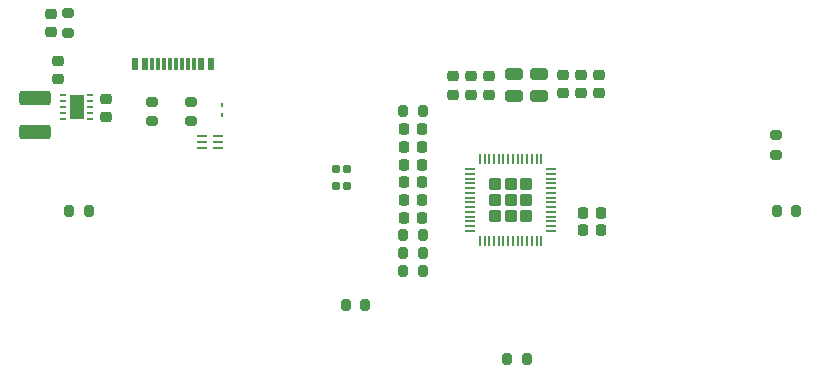
<source format=gbr>
%TF.GenerationSoftware,KiCad,Pcbnew,9.0.2-9.0.2-0~ubuntu24.04.1*%
%TF.CreationDate,2025-05-22T11:35:46-04:00*%
%TF.ProjectId,drone_sim_controler,64726f6e-655f-4736-996d-5f636f6e7472,rev?*%
%TF.SameCoordinates,Original*%
%TF.FileFunction,Paste,Top*%
%TF.FilePolarity,Positive*%
%FSLAX46Y46*%
G04 Gerber Fmt 4.6, Leading zero omitted, Abs format (unit mm)*
G04 Created by KiCad (PCBNEW 9.0.2-9.0.2-0~ubuntu24.04.1) date 2025-05-22 11:35:46*
%MOMM*%
%LPD*%
G01*
G04 APERTURE LIST*
G04 Aperture macros list*
%AMRoundRect*
0 Rectangle with rounded corners*
0 $1 Rounding radius*
0 $2 $3 $4 $5 $6 $7 $8 $9 X,Y pos of 4 corners*
0 Add a 4 corners polygon primitive as box body*
4,1,4,$2,$3,$4,$5,$6,$7,$8,$9,$2,$3,0*
0 Add four circle primitives for the rounded corners*
1,1,$1+$1,$2,$3*
1,1,$1+$1,$4,$5*
1,1,$1+$1,$6,$7*
1,1,$1+$1,$8,$9*
0 Add four rect primitives between the rounded corners*
20,1,$1+$1,$2,$3,$4,$5,0*
20,1,$1+$1,$4,$5,$6,$7,0*
20,1,$1+$1,$6,$7,$8,$9,0*
20,1,$1+$1,$8,$9,$2,$3,0*%
G04 Aperture macros list end*
%ADD10C,0.000000*%
%ADD11RoundRect,0.225000X0.225000X0.250000X-0.225000X0.250000X-0.225000X-0.250000X0.225000X-0.250000X0*%
%ADD12RoundRect,0.200000X0.200000X0.275000X-0.200000X0.275000X-0.200000X-0.275000X0.200000X-0.275000X0*%
%ADD13RoundRect,0.225000X0.250000X-0.225000X0.250000X0.225000X-0.250000X0.225000X-0.250000X-0.225000X0*%
%ADD14RoundRect,0.225000X-0.250000X0.225000X-0.250000X-0.225000X0.250000X-0.225000X0.250000X0.225000X0*%
%ADD15RoundRect,0.200000X-0.200000X-0.275000X0.200000X-0.275000X0.200000X0.275000X-0.200000X0.275000X0*%
%ADD16R,0.600000X1.100000*%
%ADD17R,0.300000X1.100000*%
%ADD18RoundRect,0.090000X-0.235000X0.210000X-0.235000X-0.210000X0.235000X-0.210000X0.235000X0.210000X0*%
%ADD19RoundRect,0.200000X-0.275000X0.200000X-0.275000X-0.200000X0.275000X-0.200000X0.275000X0.200000X0*%
%ADD20RoundRect,0.250000X1.075000X-0.375000X1.075000X0.375000X-1.075000X0.375000X-1.075000X-0.375000X0*%
%ADD21RoundRect,0.062500X0.350000X0.062500X-0.350000X0.062500X-0.350000X-0.062500X0.350000X-0.062500X0*%
%ADD22RoundRect,0.062500X-0.062500X0.117500X-0.062500X-0.117500X0.062500X-0.117500X0.062500X0.117500X0*%
%ADD23RoundRect,0.250000X-0.285000X-0.285000X0.285000X-0.285000X0.285000X0.285000X-0.285000X0.285000X0*%
%ADD24RoundRect,0.050000X-0.350000X-0.050000X0.350000X-0.050000X0.350000X0.050000X-0.350000X0.050000X0*%
%ADD25RoundRect,0.050000X-0.050000X-0.350000X0.050000X-0.350000X0.050000X0.350000X-0.050000X0.350000X0*%
%ADD26O,0.599999X0.249999*%
%ADD27R,1.200000X2.000001*%
%ADD28RoundRect,0.157500X-0.567500X-0.367500X0.567500X-0.367500X0.567500X0.367500X-0.567500X0.367500X0*%
%ADD29RoundRect,0.225000X-0.225000X-0.250000X0.225000X-0.250000X0.225000X0.250000X-0.225000X0.250000X0*%
%ADD30RoundRect,0.200000X0.275000X-0.200000X0.275000X0.200000X-0.275000X0.200000X-0.275000X-0.200000X0*%
G04 APERTURE END LIST*
D10*
%TO.C,U3*%
G36*
X60263001Y-129694499D02*
G01*
X59137001Y-129694499D01*
X59137001Y-127905498D01*
X60263001Y-127905498D01*
X60263001Y-129694499D01*
G37*
%TD*%
D11*
%TO.C,C5*%
X88975000Y-132200000D03*
X87425000Y-132200000D03*
%TD*%
D12*
%TO.C,R7*%
X89025000Y-141200000D03*
X87375000Y-141200000D03*
%TD*%
D11*
%TO.C,C4*%
X88975000Y-135200000D03*
X87425000Y-135200000D03*
%TD*%
D13*
%TO.C,C29*%
X58100000Y-126475000D03*
X58100000Y-124925000D03*
%TD*%
D11*
%TO.C,C7*%
X88975000Y-133700000D03*
X87425000Y-133700000D03*
%TD*%
D14*
%TO.C,C14*%
X100900000Y-126125000D03*
X100900000Y-127675000D03*
%TD*%
D15*
%TO.C,R10*%
X118975000Y-137600000D03*
X120625000Y-137600000D03*
%TD*%
%TO.C,R9*%
X59075000Y-137600000D03*
X60725000Y-137600000D03*
%TD*%
%TO.C,R12*%
X96175000Y-150200000D03*
X97825000Y-150200000D03*
%TD*%
%TO.C,R11*%
X82475000Y-145600000D03*
X84125000Y-145600000D03*
%TD*%
D16*
%TO.C,J1*%
X71080000Y-125150000D03*
X70280000Y-125150000D03*
D17*
X69130000Y-125150000D03*
X68125000Y-125150000D03*
X67630000Y-125150000D03*
X66630000Y-125150000D03*
D16*
X64680000Y-125150000D03*
X65480000Y-125150000D03*
D17*
X66130000Y-125150000D03*
X67130000Y-125150000D03*
X68630000Y-125150000D03*
X69630000Y-125150000D03*
%TD*%
D12*
%TO.C,R8*%
X89025000Y-139700000D03*
X87375000Y-139700000D03*
%TD*%
D18*
%TO.C,D2*%
X81700000Y-135500000D03*
X82600000Y-135500000D03*
X81700000Y-134100000D03*
X82600000Y-134100000D03*
%TD*%
D19*
%TO.C,R4*%
X59000000Y-120875000D03*
X59000000Y-122525000D03*
%TD*%
D13*
%TO.C,C15*%
X94600000Y-127775000D03*
X94600000Y-126225000D03*
%TD*%
D11*
%TO.C,C9*%
X88975000Y-138200000D03*
X87425000Y-138200000D03*
%TD*%
D20*
%TO.C,L1*%
X56200000Y-130900000D03*
X56200000Y-128100000D03*
%TD*%
D14*
%TO.C,C13*%
X57500000Y-120925000D03*
X57500000Y-122475000D03*
%TD*%
D13*
%TO.C,C8*%
X91600000Y-127775000D03*
X91600000Y-126225000D03*
%TD*%
D12*
%TO.C,R6*%
X89025000Y-142700000D03*
X87375000Y-142700000D03*
%TD*%
D21*
%TO.C,U2*%
X71687500Y-132300000D03*
X71687500Y-131800000D03*
X71687500Y-131300000D03*
X70312500Y-131300000D03*
X70312500Y-131800000D03*
X70312500Y-132300000D03*
%TD*%
D19*
%TO.C,R2*%
X66100000Y-128375000D03*
X66100000Y-130025000D03*
%TD*%
D22*
%TO.C,D1*%
X72000000Y-129520000D03*
X72000000Y-128680000D03*
%TD*%
D23*
%TO.C,U1*%
X95120000Y-135370000D03*
X95120000Y-136700000D03*
X95120000Y-138030000D03*
X96450000Y-135370000D03*
X96450000Y-136700000D03*
X96450000Y-138030000D03*
X97780000Y-135370000D03*
X97780000Y-136700000D03*
X97780000Y-138030000D03*
D24*
X93000000Y-134100000D03*
X93000000Y-134500000D03*
X93000000Y-134900000D03*
X93000000Y-135300000D03*
X93000000Y-135700000D03*
X93000000Y-136100000D03*
X93000000Y-136500000D03*
X93000000Y-136900000D03*
X93000000Y-137300000D03*
X93000000Y-137700000D03*
X93000000Y-138100000D03*
X93000000Y-138500000D03*
X93000000Y-138900000D03*
X93000000Y-139300000D03*
D25*
X93850000Y-140150000D03*
X94250000Y-140150000D03*
X94650000Y-140150000D03*
X95050000Y-140150000D03*
X95450000Y-140150000D03*
X95850000Y-140150000D03*
X96250000Y-140150000D03*
X96650000Y-140150000D03*
X97050000Y-140150000D03*
X97450000Y-140150000D03*
X97850000Y-140150000D03*
X98250000Y-140150000D03*
X98650000Y-140150000D03*
X99050000Y-140150000D03*
D24*
X99900000Y-139300000D03*
X99900000Y-138900000D03*
X99900000Y-138500000D03*
X99900000Y-138100000D03*
X99900000Y-137700000D03*
X99900000Y-137300000D03*
X99900000Y-136900000D03*
X99900000Y-136500000D03*
X99900000Y-136100000D03*
X99900000Y-135700000D03*
X99900000Y-135300000D03*
X99900000Y-134900000D03*
X99900000Y-134500000D03*
X99900000Y-134100000D03*
D25*
X99050000Y-133250000D03*
X98650000Y-133250000D03*
X98250000Y-133250000D03*
X97850000Y-133250000D03*
X97450000Y-133250000D03*
X97050000Y-133250000D03*
X96650000Y-133250000D03*
X96250000Y-133250000D03*
X95850000Y-133250000D03*
X95450000Y-133250000D03*
X95050000Y-133250000D03*
X94650000Y-133250000D03*
X94250000Y-133250000D03*
X93850000Y-133250000D03*
%TD*%
D13*
%TO.C,C1*%
X102400000Y-127675000D03*
X102400000Y-126125000D03*
%TD*%
D26*
%TO.C,U3*%
X58550000Y-127799997D03*
X58550000Y-128299998D03*
X58550000Y-128799997D03*
X58550000Y-129299996D03*
X58550000Y-129799998D03*
X60850000Y-129799998D03*
X60850000Y-129299996D03*
X60850000Y-128799997D03*
X60850000Y-128299998D03*
X60850000Y-127799997D03*
D27*
X59700000Y-128800000D03*
%TD*%
D28*
%TO.C,Y1*%
X96700000Y-127900000D03*
X98850000Y-127900000D03*
X98850000Y-126050000D03*
X96700000Y-126050000D03*
%TD*%
D19*
%TO.C,R3*%
X69400000Y-128375000D03*
X69400000Y-130025000D03*
%TD*%
D29*
%TO.C,C2*%
X102562500Y-139262500D03*
X104112500Y-139262500D03*
%TD*%
D13*
%TO.C,C12*%
X103900000Y-127675000D03*
X103900000Y-126125000D03*
%TD*%
%TO.C,C6*%
X93100000Y-127775000D03*
X93100000Y-126225000D03*
%TD*%
D11*
%TO.C,C10*%
X88975000Y-130700000D03*
X87425000Y-130700000D03*
%TD*%
%TO.C,C3*%
X88975000Y-136700000D03*
X87425000Y-136700000D03*
%TD*%
D13*
%TO.C,C25*%
X62200000Y-129675000D03*
X62200000Y-128125000D03*
%TD*%
D30*
%TO.C,R1*%
X118900000Y-132850000D03*
X118900000Y-131200000D03*
%TD*%
D15*
%TO.C,R5*%
X87375000Y-129200000D03*
X89025000Y-129200000D03*
%TD*%
D29*
%TO.C,C11*%
X102562500Y-137762500D03*
X104112500Y-137762500D03*
%TD*%
M02*

</source>
